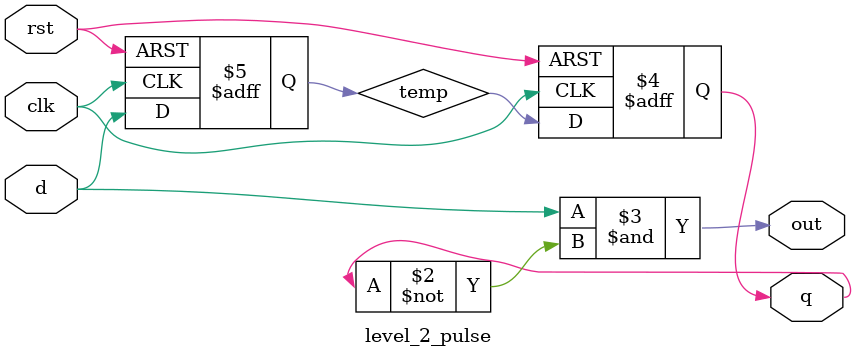
<source format=v>
module level_2_pulse(
  input clk, rst, d,
    output out,
    output reg q
);
reg temp;

always @(posedge clk or posedge rst) begin
    if (rst) begin
        q <= 1'b0;
        temp <= 1'b0;
    end else begin
        temp <= d;
        q <= temp;
    end
end

assign out = d & ~q;
endmodule


</source>
